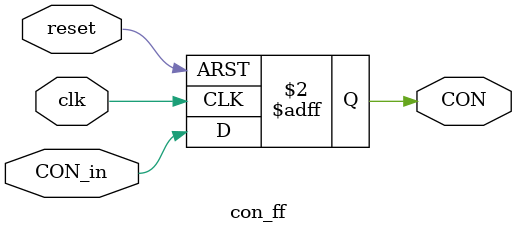
<source format=v>
module con_ff(
    input wire clk,         
    input wire reset,      
    input wire CON_in,      
    output reg CON          
);

    always @(posedge clk or posedge reset) begin
        if (reset)
            CON <= 0; 
        else
            CON <= CON_in; 
    end

endmodule

</source>
